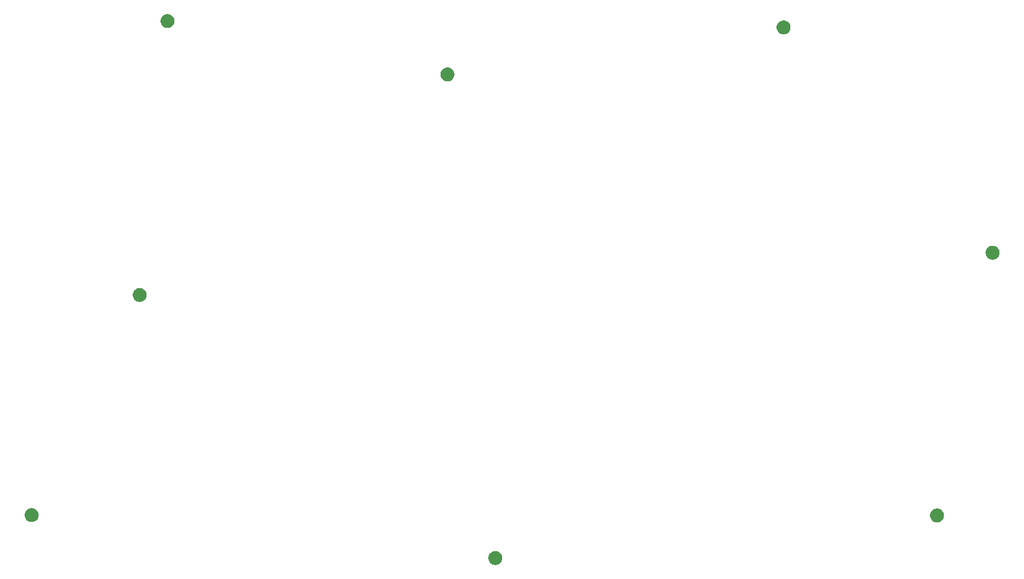
<source format=gts>
G04 #@! TF.GenerationSoftware,KiCad,Pcbnew,(5.1.5-0-10_14)*
G04 #@! TF.CreationDate,2020-05-14T05:52:14+09:00*
G04 #@! TF.ProjectId,R-Key-v02-001,522d4b65-792d-4763-9032-2d3030312e6b,rev?*
G04 #@! TF.SameCoordinates,Original*
G04 #@! TF.FileFunction,Soldermask,Top*
G04 #@! TF.FilePolarity,Negative*
%FSLAX46Y46*%
G04 Gerber Fmt 4.6, Leading zero omitted, Abs format (unit mm)*
G04 Created by KiCad (PCBNEW (5.1.5-0-10_14)) date 2020-05-14 05:52:14*
%MOMM*%
%LPD*%
G04 APERTURE LIST*
%ADD10C,0.100000*%
G04 APERTURE END LIST*
D10*
G36*
X135334795Y-118490156D02*
G01*
X135441150Y-118511311D01*
X135641520Y-118594307D01*
X135821844Y-118714795D01*
X135975205Y-118868156D01*
X136095693Y-119048480D01*
X136178689Y-119248851D01*
X136221000Y-119461560D01*
X136221000Y-119678440D01*
X136178689Y-119891149D01*
X136095693Y-120091520D01*
X135975205Y-120271844D01*
X135821844Y-120425205D01*
X135641520Y-120545693D01*
X135541334Y-120587191D01*
X135441150Y-120628689D01*
X135334794Y-120649845D01*
X135228440Y-120671000D01*
X135011560Y-120671000D01*
X134905206Y-120649845D01*
X134798850Y-120628689D01*
X134698666Y-120587191D01*
X134598480Y-120545693D01*
X134418156Y-120425205D01*
X134264795Y-120271844D01*
X134144307Y-120091520D01*
X134061311Y-119891149D01*
X134019000Y-119678440D01*
X134019000Y-119461560D01*
X134061311Y-119248851D01*
X134144307Y-119048480D01*
X134264795Y-118868156D01*
X134418156Y-118714795D01*
X134598480Y-118594307D01*
X134798850Y-118511311D01*
X134905205Y-118490156D01*
X135011560Y-118469000D01*
X135228440Y-118469000D01*
X135334795Y-118490156D01*
G37*
G36*
X205264795Y-111750156D02*
G01*
X205371150Y-111771311D01*
X205450809Y-111804307D01*
X205571520Y-111854307D01*
X205751844Y-111974795D01*
X205905205Y-112128156D01*
X206025693Y-112308480D01*
X206025693Y-112308481D01*
X206087979Y-112458851D01*
X206108689Y-112508851D01*
X206151000Y-112721560D01*
X206151000Y-112938440D01*
X206108689Y-113151149D01*
X206025693Y-113351520D01*
X205905205Y-113531844D01*
X205751844Y-113685205D01*
X205571520Y-113805693D01*
X205491860Y-113838689D01*
X205371150Y-113888689D01*
X205264795Y-113909844D01*
X205158440Y-113931000D01*
X204941560Y-113931000D01*
X204835205Y-113909844D01*
X204728850Y-113888689D01*
X204608140Y-113838689D01*
X204528480Y-113805693D01*
X204348156Y-113685205D01*
X204194795Y-113531844D01*
X204074307Y-113351520D01*
X203991311Y-113151149D01*
X203949000Y-112938440D01*
X203949000Y-112721560D01*
X203991311Y-112508851D01*
X204012022Y-112458851D01*
X204074307Y-112308481D01*
X204074307Y-112308480D01*
X204194795Y-112128156D01*
X204348156Y-111974795D01*
X204528480Y-111854307D01*
X204649191Y-111804307D01*
X204728850Y-111771311D01*
X204835205Y-111750156D01*
X204941560Y-111729000D01*
X205158440Y-111729000D01*
X205264795Y-111750156D01*
G37*
G36*
X61914794Y-111700155D02*
G01*
X62021150Y-111721311D01*
X62221520Y-111804307D01*
X62401844Y-111924795D01*
X62555205Y-112078156D01*
X62675693Y-112258480D01*
X62696404Y-112308481D01*
X62758689Y-112458850D01*
X62801000Y-112671561D01*
X62801000Y-112888439D01*
X62758689Y-113101150D01*
X62737978Y-113151150D01*
X62675693Y-113301520D01*
X62555205Y-113481844D01*
X62401844Y-113635205D01*
X62221520Y-113755693D01*
X62121334Y-113797191D01*
X62021150Y-113838689D01*
X61914795Y-113859844D01*
X61808440Y-113881000D01*
X61591560Y-113881000D01*
X61485205Y-113859844D01*
X61378850Y-113838689D01*
X61278666Y-113797191D01*
X61178480Y-113755693D01*
X60998156Y-113635205D01*
X60844795Y-113481844D01*
X60724307Y-113301520D01*
X60662022Y-113151150D01*
X60641311Y-113101150D01*
X60599000Y-112888439D01*
X60599000Y-112671561D01*
X60641311Y-112458850D01*
X60703596Y-112308481D01*
X60724307Y-112258480D01*
X60844795Y-112078156D01*
X60998156Y-111924795D01*
X61178480Y-111804307D01*
X61378850Y-111721311D01*
X61485206Y-111700155D01*
X61591560Y-111679000D01*
X61808440Y-111679000D01*
X61914794Y-111700155D01*
G37*
G36*
X79014794Y-76840155D02*
G01*
X79121150Y-76861311D01*
X79321520Y-76944307D01*
X79501844Y-77064795D01*
X79655205Y-77218156D01*
X79775693Y-77398480D01*
X79858689Y-77598851D01*
X79901000Y-77811560D01*
X79901000Y-78028440D01*
X79858689Y-78241149D01*
X79775693Y-78441520D01*
X79655205Y-78621844D01*
X79501844Y-78775205D01*
X79321520Y-78895693D01*
X79221334Y-78937191D01*
X79121150Y-78978689D01*
X79014795Y-78999844D01*
X78908440Y-79021000D01*
X78691560Y-79021000D01*
X78585205Y-78999844D01*
X78478850Y-78978689D01*
X78378666Y-78937191D01*
X78278480Y-78895693D01*
X78098156Y-78775205D01*
X77944795Y-78621844D01*
X77824307Y-78441520D01*
X77741311Y-78241149D01*
X77699000Y-78028440D01*
X77699000Y-77811560D01*
X77741311Y-77598851D01*
X77824307Y-77398480D01*
X77944795Y-77218156D01*
X78098156Y-77064795D01*
X78278480Y-76944307D01*
X78478850Y-76861311D01*
X78585206Y-76840155D01*
X78691560Y-76819000D01*
X78908440Y-76819000D01*
X79014794Y-76840155D01*
G37*
G36*
X214064795Y-70140156D02*
G01*
X214171150Y-70161311D01*
X214371520Y-70244307D01*
X214551844Y-70364795D01*
X214705205Y-70518156D01*
X214825693Y-70698480D01*
X214908689Y-70898851D01*
X214951000Y-71111560D01*
X214951000Y-71328440D01*
X214908689Y-71541149D01*
X214825693Y-71741520D01*
X214705205Y-71921844D01*
X214551844Y-72075205D01*
X214371520Y-72195693D01*
X214271334Y-72237191D01*
X214171150Y-72278689D01*
X214064794Y-72299845D01*
X213958440Y-72321000D01*
X213741560Y-72321000D01*
X213635205Y-72299844D01*
X213528850Y-72278689D01*
X213428666Y-72237191D01*
X213328480Y-72195693D01*
X213148156Y-72075205D01*
X212994795Y-71921844D01*
X212874307Y-71741520D01*
X212791311Y-71541149D01*
X212749000Y-71328440D01*
X212749000Y-71111560D01*
X212791311Y-70898851D01*
X212874307Y-70698480D01*
X212994795Y-70518156D01*
X213148156Y-70364795D01*
X213328480Y-70244307D01*
X213528850Y-70161311D01*
X213635205Y-70140156D01*
X213741560Y-70119000D01*
X213958440Y-70119000D01*
X214064795Y-70140156D01*
G37*
G36*
X127744794Y-41910155D02*
G01*
X127851150Y-41931311D01*
X128051520Y-42014307D01*
X128231844Y-42134795D01*
X128385205Y-42288156D01*
X128505693Y-42468480D01*
X128588689Y-42668851D01*
X128631000Y-42881560D01*
X128631000Y-43098440D01*
X128588689Y-43311149D01*
X128505693Y-43511520D01*
X128385205Y-43691844D01*
X128231844Y-43845205D01*
X128051520Y-43965693D01*
X127851150Y-44048689D01*
X127744795Y-44069844D01*
X127638440Y-44091000D01*
X127421560Y-44091000D01*
X127315205Y-44069844D01*
X127208850Y-44048689D01*
X127008480Y-43965693D01*
X126828156Y-43845205D01*
X126674795Y-43691844D01*
X126554307Y-43511520D01*
X126471311Y-43311149D01*
X126429000Y-43098440D01*
X126429000Y-42881560D01*
X126471311Y-42668851D01*
X126554307Y-42468480D01*
X126674795Y-42288156D01*
X126828156Y-42134795D01*
X127008480Y-42014307D01*
X127108666Y-41972809D01*
X127208850Y-41931311D01*
X127315206Y-41910155D01*
X127421560Y-41889000D01*
X127638440Y-41889000D01*
X127744794Y-41910155D01*
G37*
G36*
X180974794Y-34460155D02*
G01*
X181081150Y-34481311D01*
X181281520Y-34564307D01*
X181461844Y-34684795D01*
X181615205Y-34838156D01*
X181735693Y-35018480D01*
X181818689Y-35218851D01*
X181861000Y-35431560D01*
X181861000Y-35648440D01*
X181818689Y-35861149D01*
X181735693Y-36061520D01*
X181615205Y-36241844D01*
X181461844Y-36395205D01*
X181281520Y-36515693D01*
X181181334Y-36557191D01*
X181081150Y-36598689D01*
X180974795Y-36619844D01*
X180868440Y-36641000D01*
X180651560Y-36641000D01*
X180545205Y-36619844D01*
X180438850Y-36598689D01*
X180338666Y-36557191D01*
X180238480Y-36515693D01*
X180058156Y-36395205D01*
X179904795Y-36241844D01*
X179784307Y-36061520D01*
X179701311Y-35861149D01*
X179659000Y-35648440D01*
X179659000Y-35431560D01*
X179701311Y-35218851D01*
X179784307Y-35018480D01*
X179904795Y-34838156D01*
X180058156Y-34684795D01*
X180238480Y-34564307D01*
X180438850Y-34481311D01*
X180545206Y-34460155D01*
X180651560Y-34439000D01*
X180868440Y-34439000D01*
X180974794Y-34460155D01*
G37*
G36*
X83414794Y-33460155D02*
G01*
X83521150Y-33481311D01*
X83621334Y-33522809D01*
X83721520Y-33564307D01*
X83901844Y-33684795D01*
X84055205Y-33838156D01*
X84175693Y-34018480D01*
X84258689Y-34218851D01*
X84301000Y-34431560D01*
X84301000Y-34648440D01*
X84258689Y-34861149D01*
X84175693Y-35061520D01*
X84055205Y-35241844D01*
X83901844Y-35395205D01*
X83721520Y-35515693D01*
X83621334Y-35557191D01*
X83521150Y-35598689D01*
X83414795Y-35619844D01*
X83308440Y-35641000D01*
X83091560Y-35641000D01*
X82985205Y-35619844D01*
X82878850Y-35598689D01*
X82778666Y-35557191D01*
X82678480Y-35515693D01*
X82498156Y-35395205D01*
X82344795Y-35241844D01*
X82224307Y-35061520D01*
X82141311Y-34861149D01*
X82099000Y-34648440D01*
X82099000Y-34431560D01*
X82141311Y-34218851D01*
X82224307Y-34018480D01*
X82344795Y-33838156D01*
X82498156Y-33684795D01*
X82678480Y-33564307D01*
X82778666Y-33522809D01*
X82878850Y-33481311D01*
X82985206Y-33460155D01*
X83091560Y-33439000D01*
X83308440Y-33439000D01*
X83414794Y-33460155D01*
G37*
M02*

</source>
